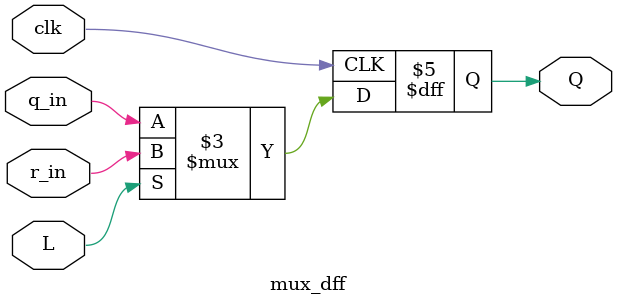
<source format=sv>
module mux_dff (
	input clk,
	input L,
	input r_in,
	input q_in,
	output reg Q);
    
    always@(posedge clk) begin
        if(L) begin
            Q <= r_in;
        end else begin
            Q <= q_in;
        end
    end

endmodule

</source>
